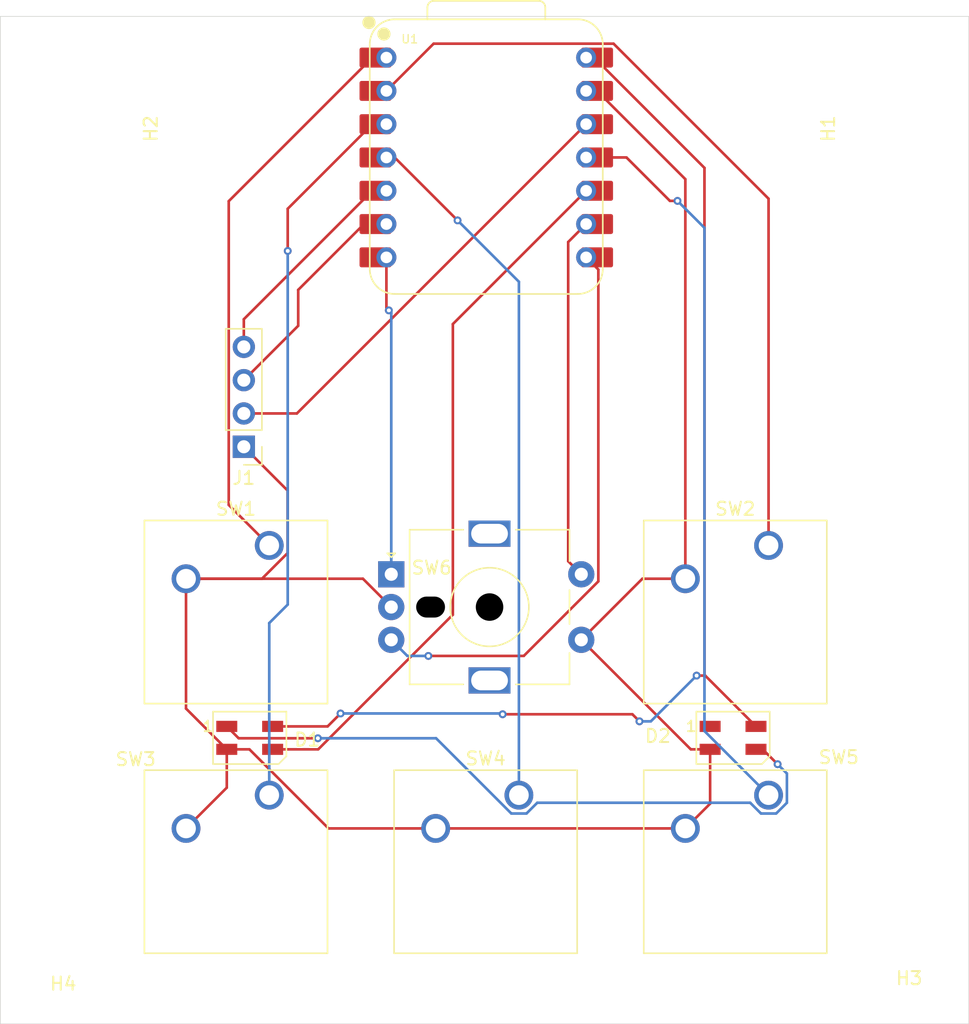
<source format=kicad_pcb>
(kicad_pcb (version 20241229) (generator "pcbnew") (generator_version "9.0")
  (layers (0 "F.Cu" signal) (2 "B.Cu" signal) (13 "F.Paste" user) (15 "B.Paste" user) (5 "F.SilkS" user "F.Silkscreen") (7 "B.SilkS" user "B.Silkscreen") (1 "F.Mask" user) (3 "B.Mask" user) (25 "Edge.Cuts" user))
  (net 0 "")
  (net 1 "Net-(D1-VDD)")
  (net 2 "Net-(D1-VSS)")
  (net 3 "Net-(D1-DIN)")
  (net 4 "Net-(D1-DOUT)")
  (net 6 "Net-(U1-GPIO1{slash}RX)")
  (net 7 "Net-(U1-GPIO2{slash}SCK)")
  (net 8 "Net-(J1-Pin_2)")
  (net 9 "Net-(U1-GPIO3{slash}MOSI)")
  (net 10 "Net-(J1-Pin_3)")
  (net 11 "Net-(J1-Pin_4)")
  (net 12 "Net-(U1-GPIO0{slash}TX)")
  (net 13 "Net-(U1-GPIO26{slash}ADC0{slash}A0)")
  (net 14 "Net-(U1-GPIO29{slash}ADC3{slash}A3)")
  (net 15 "Net-(U1-GPIO27{slash}ADC1{slash}A1)")
  (net 16 "Net-(U1-GPIO28{slash}ADC2{slash}A2)")
  (footprint "Button_Switch_Keyboard:SW_Cherry_MX_1.00u_PCB" (layer "F.Cu") (at 137.94 112.39)
    (property "Reference" "SW4" (at -2.54 -2.794 0) (layer "F.SilkS"))
    (property "Value" "SW_Push")
    (fp_line (start -9.525 -1.905) (end 4.445 -1.905) (stroke (width 0.12)) (layer "F.SilkS"))
    (fp_line (start -9.525 12.065) (end -9.525 -1.905) (stroke (width 0.12)) (layer "F.SilkS"))
    (fp_line (start 4.445 -1.905) (end 4.445 12.065) (stroke (width 0.12)) (layer "F.SilkS"))
    (fp_line (start 4.445 12.065) (end -9.525 12.065) (stroke (width 0.12)) (layer "F.SilkS"))
    (pad "" np_thru_hole circle (at -7.62 5.08) (size 1.7 1.7) (drill 1.7) (layers "*.Cu" "*.Mask"))
    (pad "" np_thru_hole circle (at -2.54 5.08) (size 4 4) (drill 4) (layers "*.Cu" "*.Mask"))
    (pad "" np_thru_hole circle (at 2.54 5.08) (size 1.7 1.7) (drill 1.7) (layers "*.Cu" "*.Mask"))
    (pad "1" thru_hole circle (at 0 0) (size 2.2 2.2) (drill 1.5) (layers "*.Cu" "*.Mask") (net 14 "Net-(U1-GPIO29{slash}ADC3{slash}A3)"))
    (pad "2" thru_hole circle (at -6.35 2.54) (size 2.2 2.2) (drill 1.5) (layers "*.Cu" "*.Mask") (net 2 "Net-(D1-VSS)"))
  )
  (footprint "MountingHole:MountingHole_3.2mm_M3" (layer "F.Cu") (at 105.7 61.54 -90)
    (property "Reference" "H2" (at 0 -4.15 90) (layer "F.SilkS"))
    (property "Value" "MountingHole")
    (pad "" np_thru_hole circle (at 0 0 270) (size 3.2 3.2) (drill 3.2) (layers "*.Cu" "*.Mask"))
  )
  (footprint "LED_SMD:LED_SK6812MINI_PLCC4_3.5x3.5mm_P1.75mm" (layer "F.Cu") (at 154.28 108.02)
    (property "Reference" "D2" (at -5.73 -0.14 0) (layer "F.SilkS"))
    (property "Value" "SK6812MINI")
    (fp_line (start -2.8 -2) (end -2.8 2) (stroke (width 0.12)) (layer "F.SilkS"))
    (fp_line (start -2.8 -2) (end 2.8 -2) (stroke (width 0.12)) (layer "F.SilkS"))
    (fp_line (start -2.8 2) (end 2.2 2) (stroke (width 0.12)) (layer "F.SilkS"))
    (fp_line (start 2.8 1.4) (end 2.2 2) (stroke (width 0.12)) (layer "F.SilkS"))
    (fp_line (start 2.8 1.4) (end 2.8 -2) (stroke (width 0.12)) (layer "F.SilkS"))
    (fp_text user "1" (at -3.2 -0.875 0) (layer "F.SilkS") (effects (font (size 0.8 0.8))))
    (pad "1" smd rect (at -1.75 -0.875) (size 1.6 0.85) (layers "F.Cu" "F.Mask" "F.Paste"))
    (pad "2" smd rect (at -1.75 0.875) (size 1.6 0.85) (layers "F.Cu" "F.Mask" "F.Paste") (net 2 "Net-(D1-VSS)"))
    (pad "3" smd rect (at 1.75 0.875) (size 1.6 0.85) (layers "F.Cu" "F.Mask" "F.Paste") (net 4 "Net-(D1-DOUT)"))
    (pad "4" smd rect (at 1.75 -0.875) (size 1.6 0.85) (layers "F.Cu" "F.Mask" "F.Paste") (net 1 "Net-(D1-VDD)"))
  )
  (footprint "LED_SMD:LED_SK6812MINI_PLCC4_3.5x3.5mm_P1.75mm" (layer "F.Cu") (at 117.4 108.02)
    (property "Reference" "D1" (at 4.39 0.14 0) (layer "F.SilkS"))
    (property "Value" "SK6812MINI")
    (fp_line (start -2.8 -2) (end -2.8 2) (stroke (width 0.12)) (layer "F.SilkS"))
    (fp_line (start -2.8 -2) (end 2.8 -2) (stroke (width 0.12)) (layer "F.SilkS"))
    (fp_line (start -2.8 2) (end 2.2 2) (stroke (width 0.12)) (layer "F.SilkS"))
    (fp_line (start 2.8 1.4) (end 2.2 2) (stroke (width 0.12)) (layer "F.SilkS"))
    (fp_line (start 2.8 1.4) (end 2.8 -2) (stroke (width 0.12)) (layer "F.SilkS"))
    (fp_text user "1" (at -3.2 -0.875 0) (layer "F.SilkS") (effects (font (size 0.8 0.8))))
    (pad "1" smd rect (at -1.75 -0.875) (size 1.6 0.85) (layers "F.Cu" "F.Mask" "F.Paste") (net 4 "Net-(D1-DOUT)"))
    (pad "2" smd rect (at -1.75 0.875) (size 1.6 0.85) (layers "F.Cu" "F.Mask" "F.Paste") (net 2 "Net-(D1-VSS)"))
    (pad "3" smd rect (at 1.75 0.875) (size 1.6 0.85) (layers "F.Cu" "F.Mask" "F.Paste") (net 3 "Net-(D1-DIN)"))
    (pad "4" smd rect (at 1.75 -0.875) (size 1.6 0.85) (layers "F.Cu" "F.Mask" "F.Paste") (net 1 "Net-(D1-VDD)"))
  )
  (footprint "MountingHole:MountingHole_3.2mm_M3" (layer "F.Cu") (at 165.69 61.54 90)
    (property "Reference" "H1" (at 0 -4.15 90) (layer "F.SilkS"))
    (property "Value" "MountingHole")
    (pad "" np_thru_hole circle (at 0 0 90) (size 3.2 3.2) (drill 3.2) (layers "*.Cu" "*.Mask"))
  )
  (footprint "Button_Switch_Keyboard:SW_Cherry_MX_1.00u_PCB" (layer "F.Cu") (at 156.99 112.39)
    (property "Reference" "SW5" (at 5.36 -2.89 0) (layer "F.SilkS"))
    (property "Value" "SW_Push")
    (fp_line (start -9.525 -1.905) (end 4.445 -1.905) (stroke (width 0.12)) (layer "F.SilkS"))
    (fp_line (start -9.525 12.065) (end -9.525 -1.905) (stroke (width 0.12)) (layer "F.SilkS"))
    (fp_line (start 4.445 -1.905) (end 4.445 12.065) (stroke (width 0.12)) (layer "F.SilkS"))
    (fp_line (start 4.445 12.065) (end -9.525 12.065) (stroke (width 0.12)) (layer "F.SilkS"))
    (pad "" np_thru_hole circle (at -7.62 5.08) (size 1.7 1.7) (drill 1.7) (layers "*.Cu" "*.Mask"))
    (pad "" np_thru_hole circle (at -2.54 5.08) (size 4 4) (drill 4) (layers "*.Cu" "*.Mask"))
    (pad "" np_thru_hole circle (at 2.54 5.08) (size 1.7 1.7) (drill 1.7) (layers "*.Cu" "*.Mask"))
    (pad "1" thru_hole circle (at 0 0) (size 2.2 2.2) (drill 1.5) (layers "*.Cu" "*.Mask") (net 9 "Net-(U1-GPIO3{slash}MOSI)"))
    (pad "2" thru_hole circle (at -6.35 2.54) (size 2.2 2.2) (drill 1.5) (layers "*.Cu" "*.Mask") (net 2 "Net-(D1-VSS)"))
  )
  (footprint "Button_Switch_Keyboard:SW_Cherry_MX_1.00u_PCB" (layer "F.Cu") (at 118.89 112.39)
    (property "Reference" "SW3" (at -10.19 -2.74 0) (layer "F.SilkS"))
    (property "Value" "SW_Push")
    (fp_line (start -9.525 -1.905) (end 4.445 -1.905) (stroke (width 0.12)) (layer "F.SilkS"))
    (fp_line (start -9.525 12.065) (end -9.525 -1.905) (stroke (width 0.12)) (layer "F.SilkS"))
    (fp_line (start 4.445 -1.905) (end 4.445 12.065) (stroke (width 0.12)) (layer "F.SilkS"))
    (fp_line (start 4.445 12.065) (end -9.525 12.065) (stroke (width 0.12)) (layer "F.SilkS"))
    (pad "" np_thru_hole circle (at -7.62 5.08) (size 1.7 1.7) (drill 1.7) (layers "*.Cu" "*.Mask"))
    (pad "" np_thru_hole circle (at -2.54 5.08) (size 4 4) (drill 4) (layers "*.Cu" "*.Mask"))
    (pad "" np_thru_hole circle (at 2.54 5.08) (size 1.7 1.7) (drill 1.7) (layers "*.Cu" "*.Mask"))
    (pad "1" thru_hole circle (at 0 0) (size 2.2 2.2) (drill 1.5) (layers "*.Cu" "*.Mask") (net 16 "Net-(U1-GPIO28{slash}ADC2{slash}A2)"))
    (pad "2" thru_hole circle (at -6.35 2.54) (size 2.2 2.2) (drill 1.5) (layers "*.Cu" "*.Mask") (net 2 "Net-(D1-VSS)"))
  )
  (footprint "Seeed_XIAO:XIAO-RP2040-DIP" (layer "F.Cu") (at 135.45 63.7385)
    (property "Reference" "U1" (at -5.84 -9.0285 0) (layer "F.SilkS") (effects (font (size 0.635 0.635) (thickness 0.1016))))
    (property "Value" "XIAO-RP2040-DIP")
    (fp_line (start -8.89 8.509) (end -8.89 -8.636) (stroke (width 0.127)) (layer "F.SilkS"))
    (fp_line (start -6.985 10.414) (end 6.985 10.414) (stroke (width 0.127)) (layer "F.SilkS"))
    (fp_line (start -4.495 -10.541) (end -4.491272 -11.451272) (stroke (width 0.127)) (layer "F.SilkS"))
    (fp_line (start -3.991272 -11.951) (end 4.004 -11.951) (stroke (width 0.127)) (layer "F.SilkS"))
    (fp_line (start 4.504 -11.451) (end 4.504 -10.541) (stroke (width 0.127)) (layer "F.SilkS"))
    (fp_line (start 6.985 -10.541) (end -6.985 -10.541) (stroke (width 0.1)) (layer "F.SilkS"))
    (fp_line (start 6.985 -10.541) (end -6.985 -10.541) (stroke (width 0.127)) (layer "F.SilkS"))
    (fp_line (start 8.89 8.509) (end 8.89 -8.636) (stroke (width 0.127)) (layer "F.SilkS"))
    (fp_arc (start -8.89 -8.636) (mid -8.332038 -9.983038) (end -6.985 -10.541) (stroke (width 0.127)) (layer "F.SilkS"))
    (fp_arc (start -6.985 10.414) (mid -8.332038 9.856038) (end -8.89 8.509) (stroke (width 0.127)) (layer "F.SilkS"))
    (fp_arc (start -4.491272 -11.451272) (mid -4.344728 -11.80464) (end -3.991272 -11.951) (stroke (width 0.127)) (layer "F.SilkS"))
    (fp_arc (start 4.004 -11.951) (mid 4.357553 -11.804553) (end 4.504 -11.451) (stroke (width 0.127)) (layer "F.SilkS"))
    (fp_arc (start 6.985 -10.541) (mid 8.332038 -9.983038) (end 8.89 -8.636) (stroke (width 0.127)) (layer "F.SilkS"))
    (fp_arc (start 8.89 8.509) (mid 8.332038 9.856038) (end 6.985 10.414) (stroke (width 0.127)) (layer "F.SilkS"))
    (fp_circle (center -8.95 -10.3) (end -8.95 -10.554) (stroke (width 0.5)) (fill yes) (layer "F.SilkS"))
    (fp_circle (center -7.807 -9.42) (end -7.807 -9.674) (stroke (width 0.5)) (fill yes) (layer "F.SilkS"))
    (pad "1" smd roundrect (at -8.455 -7.62 180) (size 2.432 1.524) (layers "F.Cu" "F.Mask") (roundrect_rratio 0.1) (net 13 "Net-(U1-GPIO26{slash}ADC0{slash}A0)"))
    (pad "1" thru_hole circle (at -7.62 -7.62 180) (size 1.524 1.524) (drill 0.889) (layers "*.Cu" "*.Mask") (net 13 "Net-(U1-GPIO26{slash}ADC0{slash}A0)"))
    (pad "2" smd roundrect (at -8.455 -5.08 180) (size 2.432 1.524) (layers "F.Cu" "F.Mask") (roundrect_rratio 0.1) (net 15 "Net-(U1-GPIO27{slash}ADC1{slash}A1)"))
    (pad "2" thru_hole circle (at -7.62 -5.08 180) (size 1.524 1.524) (drill 0.889) (layers "*.Cu" "*.Mask") (net 15 "Net-(U1-GPIO27{slash}ADC1{slash}A1)"))
    (pad "3" smd roundrect (at -8.455 -2.54 180) (size 2.432 1.524) (layers "F.Cu" "F.Mask") (roundrect_rratio 0.1) (net 16 "Net-(U1-GPIO28{slash}ADC2{slash}A2)"))
    (pad "3" thru_hole circle (at -7.62 -2.54 180) (size 1.524 1.524) (drill 0.889) (layers "*.Cu" "*.Mask") (net 16 "Net-(U1-GPIO28{slash}ADC2{slash}A2)"))
    (pad "4" smd roundrect (at -8.455 0 180) (size 2.432 1.524) (layers "F.Cu" "F.Mask") (roundrect_rratio 0.1) (net 14 "Net-(U1-GPIO29{slash}ADC3{slash}A3)"))
    (pad "4" thru_hole circle (at -7.62 0 180) (size 1.524 1.524) (drill 0.889) (layers "*.Cu" "*.Mask") (net 14 "Net-(U1-GPIO29{slash}ADC3{slash}A3)"))
    (pad "5" smd roundrect (at -8.455 2.54 180) (size 2.432 1.524) (layers "F.Cu" "F.Mask") (roundrect_rratio 0.1) (net 11 "Net-(J1-Pin_4)"))
    (pad "5" thru_hole circle (at -7.62 2.54 180) (size 1.524 1.524) (drill 0.889) (layers "*.Cu" "*.Mask") (net 11 "Net-(J1-Pin_4)"))
    (pad "6" smd roundrect (at -8.455 5.08 180) (size 2.432 1.524) (layers "F.Cu" "F.Mask") (roundrect_rratio 0.1) (net 10 "Net-(J1-Pin_3)"))
    (pad "6" thru_hole circle (at -7.62 5.08 180) (size 1.524 1.524) (drill 0.889) (layers "*.Cu" "*.Mask") (net 10 "Net-(J1-Pin_3)"))
    (pad "7" smd roundrect (at -8.455 7.62 180) (size 2.432 1.524) (layers "F.Cu" "F.Mask") (roundrect_rratio 0.1) (net 12 "Net-(U1-GPIO0{slash}TX)"))
    (pad "7" thru_hole circle (at -7.62 7.62 180) (size 1.524 1.524) (drill 0.889) (layers "*.Cu" "*.Mask") (net 12 "Net-(U1-GPIO0{slash}TX)"))
    (pad "8" thru_hole circle (at 7.62 7.62) (size 1.524 1.524) (drill 0.889) (layers "*.Cu" "*.Mask") (net 6 "Net-(U1-GPIO1{slash}RX)"))
    (pad "8" smd roundrect (at 8.455 7.62) (size 2.432 1.524) (layers "F.Cu" "F.Mask") (roundrect_rratio 0.1) (net 6 "Net-(U1-GPIO1{slash}RX)"))
    (pad "9" thru_hole circle (at 7.62 5.08) (size 1.524 1.524) (drill 0.889) (layers "*.Cu" "*.Mask") (net 7 "Net-(U1-GPIO2{slash}SCK)"))
    (pad "9" smd roundrect (at 8.455 5.08) (size 2.432 1.524) (layers "F.Cu" "F.Mask") (roundrect_rratio 0.1) (net 7 "Net-(U1-GPIO2{slash}SCK)"))
    (pad "10" thru_hole circle (at 7.62 2.54) (size 1.524 1.524) (drill 0.889) (layers "*.Cu" "*.Mask") (net 3 "Net-(D1-DIN)"))
    (pad "10" smd roundrect (at 8.455 2.54) (size 2.432 1.524) (layers "F.Cu" "F.Mask") (roundrect_rratio 0.1) (net 3 "Net-(D1-DIN)"))
    (pad "11" thru_hole circle (at 7.62 0) (size 1.524 1.524) (drill 0.889) (layers "*.Cu" "*.Mask") (net 9 "Net-(U1-GPIO3{slash}MOSI)"))
    (pad "11" smd roundrect (at 8.455 0) (size 2.432 1.524) (layers "F.Cu" "F.Mask") (roundrect_rratio 0.1) (net 9 "Net-(U1-GPIO3{slash}MOSI)"))
    (pad "12" thru_hole circle (at 7.62 -2.54) (size 1.524 1.524) (drill 0.889) (layers "*.Cu" "*.Mask") (net 8 "Net-(J1-Pin_2)"))
    (pad "12" smd roundrect (at 8.455 -2.54) (size 2.432 1.524) (layers "F.Cu" "F.Mask") (roundrect_rratio 0.1) (net 8 "Net-(J1-Pin_2)"))
    (pad "13" thru_hole circle (at 7.62 -5.08) (size 1.524 1.524) (drill 0.889) (layers "*.Cu" "*.Mask") (net 2 "Net-(D1-VSS)"))
    (pad "13" smd roundrect (at 8.455 -5.08) (size 2.432 1.524) (layers "F.Cu" "F.Mask") (roundrect_rratio 0.1) (net 2 "Net-(D1-VSS)"))
    (pad "14" thru_hole circle (at 7.62 -7.62) (size 1.524 1.524) (drill 0.889) (layers "*.Cu" "*.Mask") (net 1 "Net-(D1-VDD)"))
    (pad "14" smd roundrect (at 8.455 -7.62) (size 2.432 1.524) (layers "F.Cu" "F.Mask") (roundrect_rratio 0.1) (net 1 "Net-(D1-VDD)"))
  )
  (footprint "Rotary_Encoder:RotaryEncoder_Alps_EC11E-Switch_Vertical_H20mm_MountingHoles" (layer "F.Cu") (at 128.2 95.54)
    (property "Reference" "SW6" (at 3.09 -0.5 0) (layer "F.SilkS"))
    (property "Value" "RotaryEncoder_Switch")
    (fp_line (start -0.3 -1.6) (end 0.3 -1.6) (stroke (width 0.12)) (layer "F.SilkS"))
    (fp_line (start 0 -1.3) (end -0.3 -1.6) (stroke (width 0.12)) (layer "F.SilkS"))
    (fp_line (start 0.3 -1.6) (end 0 -1.3) (stroke (width 0.12)) (layer "F.SilkS"))
    (fp_line (start 1.4 -3.4) (end 1.4 8.4) (stroke (width 0.12)) (layer "F.SilkS"))
    (fp_line (start 5.5 -3.4) (end 1.4 -3.4) (stroke (width 0.12)) (layer "F.SilkS"))
    (fp_line (start 5.5 8.4) (end 1.4 8.4) (stroke (width 0.12)) (layer "F.SilkS"))
    (fp_line (start 9.5 -3.4) (end 13.6 -3.4) (stroke (width 0.12)) (layer "F.SilkS"))
    (fp_line (start 13.6 -3.4) (end 13.6 -1) (stroke (width 0.12)) (layer "F.SilkS"))
    (fp_line (start 13.6 1.2) (end 13.6 3.8) (stroke (width 0.12)) (layer "F.SilkS"))
    (fp_line (start 13.6 6) (end 13.6 8.4) (stroke (width 0.12)) (layer "F.SilkS"))
    (fp_line (start 13.6 8.4) (end 9.5 8.4) (stroke (width 0.12)) (layer "F.SilkS"))
    (fp_circle (center 7.5 2.5) (end 10.5 2.5) (stroke (width 0.12)) (fill no) (layer "F.SilkS"))
    (pad "" np_thru_hole oval (at 3 2.5) (size 2.2 1.6) (drill oval 2.2 1.6) (layers "*.Mask"))
    (pad "" np_thru_hole circle (at 7.5 2.5) (size 2.1 2.1) (drill 2.1) (layers "*.Mask"))
    (pad "A" thru_hole rect (at 0 0) (size 2 2) (drill 1) (layers "*.Cu" "*.Mask") (net 12 "Net-(U1-GPIO0{slash}TX)"))
    (pad "B" thru_hole circle (at 0 5) (size 2 2) (drill 1) (layers "*.Cu" "*.Mask") (net 6 "Net-(U1-GPIO1{slash}RX)"))
    (pad "C" thru_hole circle (at 0 2.5) (size 2 2) (drill 1) (layers "*.Cu" "*.Mask") (net 2 "Net-(D1-VSS)"))
    (pad "MP" thru_hole rect (at 7.5 -3.1) (size 3.2 2) (drill oval 2.8 1.5) (layers "*.Cu" "*.Mask"))
    (pad "MP" thru_hole rect (at 7.5 8.1) (size 3.2 2) (drill oval 2.8 1.5) (layers "*.Cu" "*.Mask"))
    (pad "S1" thru_hole circle (at 14.5 5) (size 2 2) (drill 1) (layers "*.Cu" "*.Mask") (net 2 "Net-(D1-VSS)"))
    (pad "S2" thru_hole circle (at 14.5 0) (size 2 2) (drill 1) (layers "*.Cu" "*.Mask") (net 7 "Net-(U1-GPIO2{slash}SCK)"))
  )
  (footprint "Connector_PinHeader_2.54mm:PinHeader_1x04_P2.54mm_Vertical" (layer "F.Cu") (at 116.95 85.81 180)
    (property "Reference" "J1" (at 0 -2.38 0) (layer "F.SilkS"))
    (property "Value" "Conn_01x04_Socket")
    (fp_line (start 1.38 1.27) (end 1.38 9) (stroke (width 0.12)) (layer "F.SilkS"))
    (fp_line (start -1.38 9) (end 1.38 9) (stroke (width 0.12)) (layer "F.SilkS"))
    (fp_line (start -1.38 1.27) (end 1.38 1.27) (stroke (width 0.12)) (layer "F.SilkS"))
    (fp_line (start -1.38 1.27) (end -1.38 9) (stroke (width 0.12)) (layer "F.SilkS"))
    (fp_line (start -1.38 0) (end -1.38 -1.38) (stroke (width 0.12)) (layer "F.SilkS"))
    (fp_line (start -1.38 -1.38) (end 0 -1.38) (stroke (width 0.12)) (layer "F.SilkS"))
    (pad "1" thru_hole rect (at 0 0 180) (size 1.7 1.7) (drill 1) (layers "*.Cu" "*.Mask") (net 2 "Net-(D1-VSS)"))
    (pad "2" thru_hole circle (at 0 2.54 180) (size 1.7 1.7) (drill 1) (layers "*.Cu" "*.Mask") (net 8 "Net-(J1-Pin_2)"))
    (pad "3" thru_hole circle (at 0 5.08 180) (size 1.7 1.7) (drill 1) (layers "*.Cu" "*.Mask") (net 10 "Net-(J1-Pin_3)"))
    (pad "4" thru_hole circle (at 0 7.62 180) (size 1.7 1.7) (drill 1) (layers "*.Cu" "*.Mask") (net 11 "Net-(J1-Pin_4)"))
  )
  (footprint "Button_Switch_Keyboard:SW_Cherry_MX_1.00u_PCB" (layer "F.Cu") (at 156.99 93.34)
    (property "Reference" "SW2" (at -2.54 -2.794 0) (layer "F.SilkS"))
    (property "Value" "SW_Push")
    (fp_line (start -9.525 -1.905) (end 4.445 -1.905) (stroke (width 0.12)) (layer "F.SilkS"))
    (fp_line (start -9.525 12.065) (end -9.525 -1.905) (stroke (width 0.12)) (layer "F.SilkS"))
    (fp_line (start 4.445 -1.905) (end 4.445 12.065) (stroke (width 0.12)) (layer "F.SilkS"))
    (fp_line (start 4.445 12.065) (end -9.525 12.065) (stroke (width 0.12)) (layer "F.SilkS"))
    (pad "" np_thru_hole circle (at -7.62 5.08) (size 1.7 1.7) (drill 1.7) (layers "*.Cu" "*.Mask"))
    (pad "" np_thru_hole circle (at -2.54 5.08) (size 4 4) (drill 4) (layers "*.Cu" "*.Mask"))
    (pad "" np_thru_hole circle (at 2.54 5.08) (size 1.7 1.7) (drill 1.7) (layers "*.Cu" "*.Mask"))
    (pad "1" thru_hole circle (at 0 0) (size 2.2 2.2) (drill 1.5) (layers "*.Cu" "*.Mask") (net 15 "Net-(U1-GPIO27{slash}ADC1{slash}A1)"))
    (pad "2" thru_hole circle (at -6.35 2.54) (size 2.2 2.2) (drill 1.5) (layers "*.Cu" "*.Mask") (net 2 "Net-(D1-VSS)"))
  )
  (footprint "MountingHole:MountingHole_3.2mm_M3" (layer "F.Cu") (at 103.17 121.68 180)
    (property "Reference" "H4" (at 0 -5.1 0) (layer "F.SilkS"))
    (property "Value" "MountingHole")
    (pad "" np_thru_hole circle (at 0 0 180) (size 3.2 3.2) (drill 3.2) (layers "*.Cu" "*.Mask"))
  )
  (footprint "Button_Switch_Keyboard:SW_Cherry_MX_1.00u_PCB" (layer "F.Cu") (at 118.89 93.34)
    (property "Reference" "SW1" (at -2.54 -2.794 0) (layer "F.SilkS"))
    (property "Value" "SW_Push")
    (fp_line (start -9.525 -1.905) (end 4.445 -1.905) (stroke (width 0.12)) (layer "F.SilkS"))
    (fp_line (start -9.525 12.065) (end -9.525 -1.905) (stroke (width 0.12)) (layer "F.SilkS"))
    (fp_line (start 4.445 -1.905) (end 4.445 12.065) (stroke (width 0.12)) (layer "F.SilkS"))
    (fp_line (start 4.445 12.065) (end -9.525 12.065) (stroke (width 0.12)) (layer "F.SilkS"))
    (pad "" np_thru_hole circle (at -7.62 5.08) (size 1.7 1.7) (drill 1.7) (layers "*.Cu" "*.Mask"))
    (pad "" np_thru_hole circle (at -2.54 5.08) (size 4 4) (drill 4) (layers "*.Cu" "*.Mask"))
    (pad "" np_thru_hole circle (at 2.54 5.08) (size 1.7 1.7) (drill 1.7) (layers "*.Cu" "*.Mask"))
    (pad "1" thru_hole circle (at 0 0) (size 2.2 2.2) (drill 1.5) (layers "*.Cu" "*.Mask") (net 13 "Net-(U1-GPIO26{slash}ADC0{slash}A0)"))
    (pad "2" thru_hole circle (at -6.35 2.54) (size 2.2 2.2) (drill 1.5) (layers "*.Cu" "*.Mask") (net 2 "Net-(D1-VSS)"))
  )
  (footprint "MountingHole:MountingHole_3.2mm_M3" (layer "F.Cu") (at 167.72 122.21 180)
    (property "Reference" "H3" (at 0 -4.15 0) (layer "F.SilkS"))
    (property "Value" "MountingHole")
    (pad "" np_thru_hole circle (at 0 0 180) (size 3.2 3.2) (drill 3.2) (layers "*.Cu" "*.Mask"))
  )
  (gr_rect (start 98.37 52.975) (end 172.27 129.845) (stroke (width 0.05)) (fill no) (layer "Edge.Cuts"))
  (segment (start 119.15 107.145) (end 123.345 107.145) (width 0.2) (layer "F.Cu") (net 1))
  (segment (start 146.6 106.22) (end 147.14 106.76) (width 0.2) (layer "F.Cu") (net 1))
  (segment (start 152.155 103.27) (end 156.03 107.145) (width 0.2) (layer "F.Cu") (net 1))
  (segment (start 143.07 56.1185) (end 143.683626 56.1185) (width 0.2) (layer "F.Cu") (net 1))
  (segment (start 152.099 103.214) (end 152.155 103.27) (width 0.2) (layer "F.Cu") (net 1))
  (segment (start 152.099 64.533874) (end 152.099 103.214) (width 0.2) (layer "F.Cu") (net 1))
  (segment (start 151.499 103.27) (end 152.155 103.27) (width 0.2) (layer "F.Cu") (net 1))
  (segment (start 136.7 106.22) (end 146.6 106.22) (width 0.2) (layer "F.Cu") (net 1))
  (segment (start 123.345 107.145) (end 124.33 106.16) (width 0.2) (layer "F.Cu") (net 1))
  (segment (start 143.683626 56.1185) (end 152.099 64.533874) (width 0.2) (layer "F.Cu") (net 1))
  (via (at 124.33 106.16) (size 0.6) (drill 0.3) (layers "F.Cu" "B.Cu") (net 1))
  (via (at 136.7 106.22) (size 0.6) (drill 0.3) (layers "F.Cu" "B.Cu") (net 1))
  (via (at 151.499 103.27) (size 0.6) (drill 0.3) (layers "F.Cu" "B.Cu") (net 1))
  (via (at 147.14 106.76) (size 0.6) (drill 0.3) (layers "F.Cu" "B.Cu") (net 1))
  (segment (start 147.14 106.76) (end 148.009 106.76) (width 0.2) (layer "B.Cu") (net 1))
  (segment (start 148.009 106.76) (end 151.499 103.27) (width 0.2) (layer "B.Cu") (net 1))
  (segment (start 124.33 106.16) (end 136.64 106.16) (width 0.2) (layer "B.Cu") (net 1))
  (segment (start 136.64 106.16) (end 136.7 106.22) (width 0.2) (layer "B.Cu") (net 1))
  (segment (start 120.291 89.151) (end 116.95 85.81) (width 0.2) (layer "F.Cu") (net 2))
  (segment (start 152.53 108.895) (end 151.055 108.895) (width 0.2) (layer "F.Cu") (net 2))
  (segment (start 115.65 108.895) (end 117.376314 108.895) (width 0.2) (layer "F.Cu") (net 2))
  (segment (start 126.04 95.88) (end 112.54 95.88) (width 0.2) (layer "F.Cu") (net 2))
  (segment (start 147.36 95.88) (end 142.7 100.54) (width 0.2) (layer "F.Cu") (net 2))
  (segment (start 118.331314 95.88) (end 120.291 93.920314) (width 0.2) (layer "F.Cu") (net 2))
  (segment (start 128.2 98.04) (end 126.04 95.88) (width 0.2) (layer "F.Cu") (net 2))
  (segment (start 115.65 111.82) (end 112.54 114.93) (width 0.2) (layer "F.Cu") (net 2))
  (segment (start 120.291 93.920314) (end 120.291 89.151) (width 0.2) (layer "F.Cu") (net 2))
  (segment (start 112.54 95.88) (end 112.54 105.785) (width 0.2) (layer "F.Cu") (net 2))
  (segment (start 143.905 58.6585) (end 150.64 65.3935) (width 0.2) (layer "F.Cu") (net 2))
  (segment (start 150.64 65.3935) (end 150.64 95.88) (width 0.2) (layer "F.Cu") (net 2))
  (segment (start 117.376314 108.895) (end 123.411314 114.93) (width 0.2) (layer "F.Cu") (net 2))
  (segment (start 151.055 108.895) (end 142.7 100.54) (width 0.2) (layer "F.Cu") (net 2))
  (segment (start 112.54 95.88) (end 118.331314 95.88) (width 0.2) (layer "F.Cu") (net 2))
  (segment (start 131.59 114.93) (end 150.64 114.93) (width 0.2) (layer "F.Cu") (net 2))
  (segment (start 150.64 114.93) (end 152.53 113.04) (width 0.2) (layer "F.Cu") (net 2))
  (segment (start 152.53 113.04) (end 152.53 108.895) (width 0.2) (layer "F.Cu") (net 2))
  (segment (start 112.54 105.785) (end 115.65 108.895) (width 0.2) (layer "F.Cu") (net 2))
  (segment (start 150.64 95.88) (end 147.36 95.88) (width 0.2) (layer "F.Cu") (net 2))
  (segment (start 123.411314 114.93) (end 131.59 114.93) (width 0.2) (layer "F.Cu") (net 2))
  (segment (start 115.65 108.895) (end 115.65 111.82) (width 0.2) (layer "F.Cu") (net 2))
  (segment (start 132.901 98.620313) (end 122.626313 108.895) (width 0.2) (layer "F.Cu") (net 3))
  (segment (start 122.626313 108.895) (end 119.15 108.895) (width 0.2) (layer "F.Cu") (net 3))
  (segment (start 143.07 66.2785) (end 132.901 76.4475) (width 0.2) (layer "F.Cu") (net 3))
  (segment (start 132.901 76.4475) (end 132.901 98.620313) (width 0.2) (layer "F.Cu") (net 3))
  (segment (start 157.68 110.03) (end 156.545 108.895) (width 0.2) (layer "F.Cu") (net 4))
  (segment (start 116.555 108.05) (end 122.6 108.05) (width 0.2) (layer "F.Cu") (net 4))
  (segment (start 156.545 108.895) (end 156.03 108.895) (width 0.2) (layer "F.Cu") (net 4))
  (segment (start 115.65 107.145) (end 116.555 108.05) (width 0.2) (layer "F.Cu") (net 4))
  (via (at 157.68 110.03) (size 0.6) (drill 0.3) (layers "F.Cu" "B.Cu") (net 4))
  (via (at 122.6 108.05) (size 0.6) (drill 0.3) (layers "F.Cu" "B.Cu") (net 4))
  (segment (start 158.391 112.970314) (end 158.391 110.741) (width 0.2) (layer "B.Cu") (net 4))
  (segment (start 157.570314 113.791) (end 158.391 112.970314) (width 0.2) (layer "B.Cu") (net 4))
  (segment (start 138.520314 113.791) (end 139.341 112.970314) (width 0.2) (layer "B.Cu") (net 4))
  (segment (start 156.409686 113.791) (end 157.570314 113.791) (width 0.2) (layer "B.Cu") (net 4))
  (segment (start 155.589 112.970314) (end 156.409686 113.791) (width 0.2) (layer "B.Cu") (net 4))
  (segment (start 139.341 112.970314) (end 155.589 112.970314) (width 0.2) (layer "B.Cu") (net 4))
  (segment (start 158.391 110.741) (end 157.68 110.03) (width 0.2) (layer "B.Cu") (net 4))
  (segment (start 137.359686 113.791) (end 138.520314 113.791) (width 0.2) (layer "B.Cu") (net 4))
  (segment (start 131.618686 108.05) (end 137.359686 113.791) (width 0.2) (layer "B.Cu") (net 4))
  (segment (start 122.6 108.05) (end 131.618686 108.05) (width 0.2) (layer "B.Cu") (net 4))
  (segment (start 138.309892 101.77) (end 131.03 101.77) (width 0.2) (layer "F.Cu") (net 6))
  (segment (start 143.07 71.3585) (end 144.001 72.2895) (width 0.2) (layer "F.Cu") (net 6))
  (segment (start 144.001 96.078892) (end 138.309892 101.77) (width 0.2) (layer "F.Cu") (net 6))
  (segment (start 144.001 72.2895) (end 144.001 96.078892) (width 0.2) (layer "F.Cu") (net 6))
  (via (at 131.03 101.77) (size 0.6) (drill 0.3) (layers "F.Cu" "B.Cu") (net 6))
  (segment (start 131.03 101.77) (end 129.43 101.77) (width 0.2) (layer "B.Cu") (net 6))
  (segment (start 129.43 101.77) (end 128.2 100.54) (width 0.2) (layer "B.Cu") (net 6))
  (segment (start 141.7 94.54) (end 141.7 70.1885) (width 0.2) (layer "F.Cu") (net 7))
  (segment (start 141.7 70.1885) (end 143.07 68.8185) (width 0.2) (layer "F.Cu") (net 7))
  (segment (start 142.7 95.54) (end 141.7 94.54) (width 0.2) (layer "F.Cu") (net 7))
  (segment (start 116.95 83.27) (end 120.9985 83.27) (width 0.2) (layer "F.Cu") (net 8))
  (segment (start 120.9985 83.27) (end 143.07 61.1985) (width 0.2) (layer "F.Cu") (net 8))
  (segment (start 143.07 63.7385) (end 146.1485 63.7385) (width 0.2) (layer "F.Cu") (net 9))
  (segment (start 146.1485 63.7385) (end 149.46 67.05) (width 0.2) (layer "F.Cu") (net 9))
  (segment (start 149.46 67.05) (end 150.04 67.05) (width 0.2) (layer "F.Cu") (net 9))
  (via (at 150.04 67.05) (size 0.6) (drill 0.3) (layers "F.Cu" "B.Cu") (net 9))
  (segment (start 152.099 107.499) (end 156.99 112.39) (width 0.2) (layer "B.Cu") (net 9))
  (segment (start 152.099 69.109) (end 152.099 107.499) (width 0.2) (layer "B.Cu") (net 9))
  (segment (start 150.04 67.05) (end 152.099 69.109) (width 0.2) (layer "B.Cu") (net 9))
  (segment (start 116.95 80.73) (end 121.1 76.58) (width 0.2) (layer "F.Cu") (net 10))
  (segment (start 121.1 76.58) (end 121.1 73.84) (width 0.2) (layer "F.Cu") (net 10))
  (segment (start 126.1215 68.8185) (end 127.83 68.8185) (width 0.2) (layer "F.Cu") (net 10))
  (segment (start 121.1 73.84) (end 126.1215 68.8185) (width 0.2) (layer "F.Cu") (net 10))
  (segment (start 126.75237 66.2785) (end 127.83 66.2785) (width 0.2) (layer "F.Cu") (net 11))
  (segment (start 116.95 78.19) (end 116.95 76.08087) (width 0.2) (layer "F.Cu") (net 11))
  (segment (start 116.95 76.08087) (end 126.75237 66.2785) (width 0.2) (layer "F.Cu") (net 11))
  (segment (start 127.83 71.3585) (end 127.83 75.22) (width 0.2) (layer "F.Cu") (net 12))
  (segment (start 127.83 75.22) (end 128.014985 75.404985) (width 0.2) (layer "F.Cu") (net 12))
  (via (at 128.014985 75.404985) (size 0.6) (drill 0.3) (layers "F.Cu" "B.Cu") (net 12))
  (segment (start 128.2 75.59) (end 128.2 95.54) (width 0.2) (layer "B.Cu") (net 12))
  (segment (start 128.014985 75.404985) (end 128.2 75.59) (width 0.2) (layer "B.Cu") (net 12))
  (segment (start 118.89 93.34) (end 115.799 90.249) (width 0.2) (layer "F.Cu") (net 13))
  (segment (start 126.75237 56.1185) (end 127.83 56.1185) (width 0.2) (layer "F.Cu") (net 13))
  (segment (start 115.799 90.249) (end 115.799 67.07187) (width 0.2) (layer "F.Cu") (net 13))
  (segment (start 115.799 67.07187) (end 126.75237 56.1185) (width 0.2) (layer "F.Cu") (net 13))
  (segment (start 128.4585 63.7385) (end 133.26 68.54) (width 0.2) (layer "F.Cu") (net 14))
  (segment (start 127.83 63.7385) (end 128.4585 63.7385) (width 0.2) (layer "F.Cu") (net 14))
  (via (at 133.26 68.54) (size 0.6) (drill 0.3) (layers "F.Cu" "B.Cu") (net 14))
  (segment (start 137.94 73.22) (end 137.94 112.39) (width 0.2) (layer "B.Cu") (net 14))
  (segment (start 133.26 68.54) (end 137.94 73.22) (width 0.2) (layer "B.Cu") (net 14))
  (segment (start 127.83 58.6585) (end 131.433 55.0555) (width 0.2) (layer "F.Cu") (net 15))
  (segment (start 156.99 66.884874) (end 156.99 93.34) (width 0.2) (layer "F.Cu") (net 15))
  (segment (start 131.433 55.0555) (end 145.160626 55.0555) (width 0.2) (layer "F.Cu") (net 15))
  (segment (start 145.160626 55.0555) (end 156.99 66.884874) (width 0.2) (layer "F.Cu") (net 15))
  (segment (start 120.3 67.65087) (end 120.3 70.87) (width 0.2) (layer "F.Cu") (net 16))
  (segment (start 126.75237 61.1985) (end 120.3 67.65087) (width 0.2) (layer "F.Cu") (net 16))
  (segment (start 127.83 61.1985) (end 126.75237 61.1985) (width 0.2) (layer "F.Cu") (net 16))
  (via (at 120.3 70.87) (size 0.6) (drill 0.3) (layers "F.Cu" "B.Cu") (net 16))
  (segment (start 120.3 97.85153) (end 118.89 99.26153) (width 0.2) (layer "B.Cu") (net 16))
  (segment (start 120.3 70.87) (end 120.3 97.85153) (width 0.2) (layer "B.Cu") (net 16))
  (segment (start 118.89 99.26153) (end 118.89 112.39) (width 0.2) (layer "B.Cu") (net 16))
)
</source>
